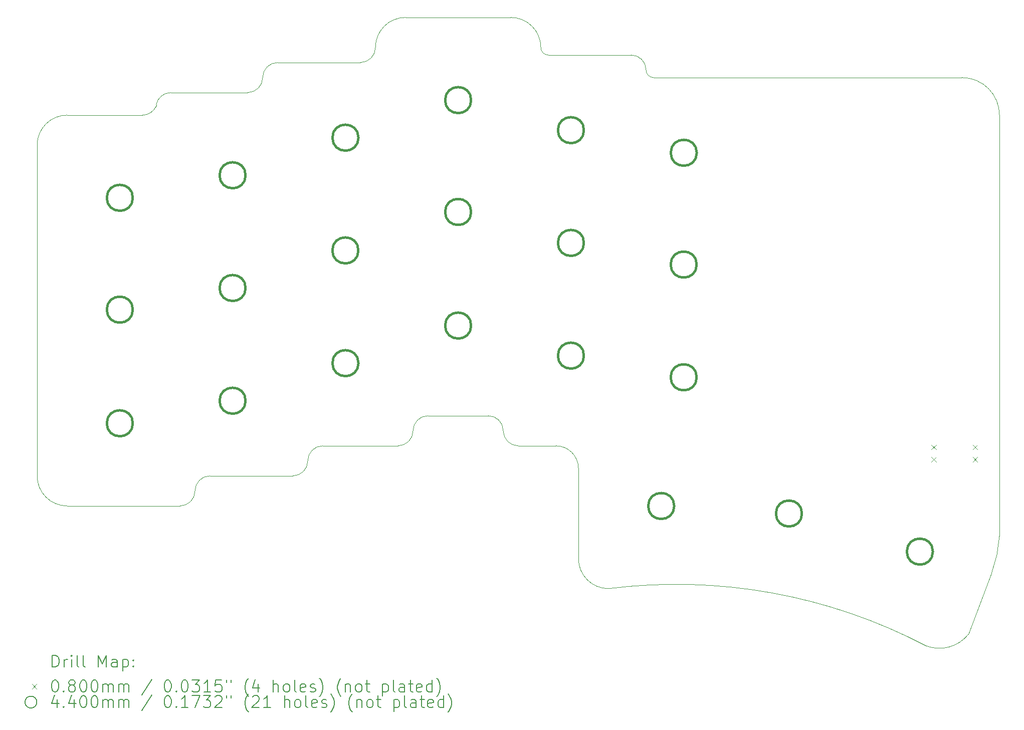
<source format=gbr>
%TF.GenerationSoftware,KiCad,Pcbnew,7.0.10*%
%TF.CreationDate,2024-02-16T13:50:48-07:00*%
%TF.ProjectId,kb42,6b623432-2e6b-4696-9361-645f70636258,rev?*%
%TF.SameCoordinates,Original*%
%TF.FileFunction,Drillmap*%
%TF.FilePolarity,Positive*%
%FSLAX45Y45*%
G04 Gerber Fmt 4.5, Leading zero omitted, Abs format (unit mm)*
G04 Created by KiCad (PCBNEW 7.0.10) date 2024-02-16 13:50:48*
%MOMM*%
%LPD*%
G01*
G04 APERTURE LIST*
%ADD10C,0.100000*%
%ADD11C,0.200000*%
%ADD12C,0.440000*%
G04 APERTURE END LIST*
D10*
X8229600Y-4699000D02*
G75*
G03*
X7981063Y-4900604I0J-254000D01*
G01*
X14605000Y-4064000D02*
X16002000Y-4064000D01*
X11430000Y-4191000D02*
G75*
G03*
X11684000Y-3937000I0J254000D01*
G01*
X10795000Y-10668000D02*
X12065000Y-10668000D01*
X8890000Y-11176000D02*
X10287000Y-11176000D01*
X16383000Y-4445000D02*
X21590000Y-4445000D01*
X22225000Y-5080000D02*
G75*
G03*
X21590000Y-4445000I-635000J0D01*
G01*
X21699323Y-13854258D02*
X22091029Y-12824386D01*
X7974184Y-4939592D02*
X7981063Y-4900604D01*
X10033000Y-4191000D02*
X11430000Y-4191000D01*
X5969000Y-5588000D02*
X5969000Y-11176000D01*
X12192000Y-3429000D02*
X13970000Y-3429000D01*
X7747000Y-5080000D02*
G75*
G03*
X7974184Y-4939592I0J254000D01*
G01*
X13843000Y-10414000D02*
G75*
G03*
X13589000Y-10160000I-254000J0D01*
G01*
X10033000Y-4191000D02*
G75*
G03*
X9779000Y-4445000I0J-254000D01*
G01*
X15113000Y-12573000D02*
G75*
G03*
X15621000Y-13081000I508000J0D01*
G01*
X16256000Y-4318000D02*
G75*
G03*
X16383000Y-4445000I127000J0D01*
G01*
X13843000Y-10414000D02*
G75*
G03*
X14097000Y-10668000I254000J0D01*
G01*
X12192000Y-3429000D02*
G75*
G03*
X11684000Y-3937000I0J-508000D01*
G01*
X10795000Y-10668000D02*
G75*
G03*
X10541000Y-10922000I0J-254000D01*
G01*
X8382000Y-11684000D02*
G75*
G03*
X8636000Y-11430000I0J254000D01*
G01*
X14478000Y-3937000D02*
G75*
G03*
X14605000Y-4064000I127000J0D01*
G01*
X14097000Y-10668000D02*
X14732000Y-10668000D01*
X20986361Y-14049124D02*
G75*
G03*
X21699323Y-13854258I222639J587124D01*
G01*
X20986361Y-14049124D02*
G75*
G03*
X15621000Y-13081000I-4222361J-8048876D01*
G01*
X22091029Y-12824386D02*
G75*
G03*
X22225000Y-12192000I-2025029J759386D01*
G01*
X12065000Y-10668000D02*
G75*
G03*
X12319000Y-10414000I0J254000D01*
G01*
X8229600Y-4699000D02*
X9525000Y-4699000D01*
X15113000Y-11049000D02*
G75*
G03*
X14732000Y-10668000I-381000J0D01*
G01*
X9525000Y-4699000D02*
G75*
G03*
X9779000Y-4445000I0J254000D01*
G01*
X10287000Y-11176000D02*
G75*
G03*
X10541000Y-10922000I0J254000D01*
G01*
X5969000Y-11176000D02*
G75*
G03*
X6477000Y-11684000I508000J0D01*
G01*
X16256000Y-4318000D02*
G75*
G03*
X16002000Y-4064000I-254000J0D01*
G01*
X22225000Y-5080000D02*
X22225000Y-12192000D01*
X6477000Y-5080000D02*
X7747000Y-5080000D01*
X12573000Y-10160000D02*
G75*
G03*
X12319000Y-10414000I0J-254000D01*
G01*
X8890000Y-11176000D02*
G75*
G03*
X8636000Y-11430000I0J-254000D01*
G01*
X12573000Y-10160000D02*
X13589000Y-10160000D01*
X6477000Y-11684000D02*
X8382000Y-11684000D01*
X15113000Y-11049000D02*
X15113000Y-12573000D01*
X14478000Y-3937000D02*
G75*
G03*
X13970000Y-3429000I-508000J0D01*
G01*
X6477000Y-5080000D02*
G75*
G03*
X5969000Y-5588000I0J-508000D01*
G01*
D11*
D10*
X21074250Y-10650000D02*
X21154250Y-10730000D01*
X21154250Y-10650000D02*
X21074250Y-10730000D01*
X21074250Y-10860000D02*
X21154250Y-10940000D01*
X21154250Y-10860000D02*
X21074250Y-10940000D01*
X21774250Y-10650000D02*
X21854250Y-10730000D01*
X21854250Y-10650000D02*
X21774250Y-10730000D01*
X21774250Y-10860000D02*
X21854250Y-10940000D01*
X21854250Y-10860000D02*
X21774250Y-10940000D01*
D12*
X7586000Y-6477000D02*
G75*
G03*
X7146000Y-6477000I-220000J0D01*
G01*
X7146000Y-6477000D02*
G75*
G03*
X7586000Y-6477000I220000J0D01*
G01*
X7586000Y-8367000D02*
G75*
G03*
X7146000Y-8367000I-220000J0D01*
G01*
X7146000Y-8367000D02*
G75*
G03*
X7586000Y-8367000I220000J0D01*
G01*
X7586000Y-10287000D02*
G75*
G03*
X7146000Y-10287000I-220000J0D01*
G01*
X7146000Y-10287000D02*
G75*
G03*
X7586000Y-10287000I220000J0D01*
G01*
X9491000Y-6096000D02*
G75*
G03*
X9051000Y-6096000I-220000J0D01*
G01*
X9051000Y-6096000D02*
G75*
G03*
X9491000Y-6096000I220000J0D01*
G01*
X9491000Y-8001000D02*
G75*
G03*
X9051000Y-8001000I-220000J0D01*
G01*
X9051000Y-8001000D02*
G75*
G03*
X9491000Y-8001000I220000J0D01*
G01*
X9491000Y-9906000D02*
G75*
G03*
X9051000Y-9906000I-220000J0D01*
G01*
X9051000Y-9906000D02*
G75*
G03*
X9491000Y-9906000I220000J0D01*
G01*
X11396000Y-7366000D02*
G75*
G03*
X10956000Y-7366000I-220000J0D01*
G01*
X10956000Y-7366000D02*
G75*
G03*
X11396000Y-7366000I220000J0D01*
G01*
X11397000Y-5461000D02*
G75*
G03*
X10957000Y-5461000I-220000J0D01*
G01*
X10957000Y-5461000D02*
G75*
G03*
X11397000Y-5461000I220000J0D01*
G01*
X11397000Y-9271000D02*
G75*
G03*
X10957000Y-9271000I-220000J0D01*
G01*
X10957000Y-9271000D02*
G75*
G03*
X11397000Y-9271000I220000J0D01*
G01*
X13301000Y-4826000D02*
G75*
G03*
X12861000Y-4826000I-220000J0D01*
G01*
X12861000Y-4826000D02*
G75*
G03*
X13301000Y-4826000I220000J0D01*
G01*
X13301000Y-6716000D02*
G75*
G03*
X12861000Y-6716000I-220000J0D01*
G01*
X12861000Y-6716000D02*
G75*
G03*
X13301000Y-6716000I220000J0D01*
G01*
X13301000Y-8636000D02*
G75*
G03*
X12861000Y-8636000I-220000J0D01*
G01*
X12861000Y-8636000D02*
G75*
G03*
X13301000Y-8636000I220000J0D01*
G01*
X15206000Y-5334000D02*
G75*
G03*
X14766000Y-5334000I-220000J0D01*
G01*
X14766000Y-5334000D02*
G75*
G03*
X15206000Y-5334000I220000J0D01*
G01*
X15206000Y-7239000D02*
G75*
G03*
X14766000Y-7239000I-220000J0D01*
G01*
X14766000Y-7239000D02*
G75*
G03*
X15206000Y-7239000I220000J0D01*
G01*
X15206000Y-9144000D02*
G75*
G03*
X14766000Y-9144000I-220000J0D01*
G01*
X14766000Y-9144000D02*
G75*
G03*
X15206000Y-9144000I220000J0D01*
G01*
X16731000Y-11685000D02*
G75*
G03*
X16291000Y-11685000I-220000J0D01*
G01*
X16291000Y-11685000D02*
G75*
G03*
X16731000Y-11685000I220000J0D01*
G01*
X17111000Y-7605000D02*
G75*
G03*
X16671000Y-7605000I-220000J0D01*
G01*
X16671000Y-7605000D02*
G75*
G03*
X17111000Y-7605000I220000J0D01*
G01*
X17111000Y-9510000D02*
G75*
G03*
X16671000Y-9510000I-220000J0D01*
G01*
X16671000Y-9510000D02*
G75*
G03*
X17111000Y-9510000I220000J0D01*
G01*
X17112000Y-5716000D02*
G75*
G03*
X16672000Y-5716000I-220000J0D01*
G01*
X16672000Y-5716000D02*
G75*
G03*
X17112000Y-5716000I220000J0D01*
G01*
X18889000Y-11812000D02*
G75*
G03*
X18449000Y-11812000I-220000J0D01*
G01*
X18449000Y-11812000D02*
G75*
G03*
X18889000Y-11812000I220000J0D01*
G01*
X21100686Y-12455730D02*
G75*
G03*
X20660686Y-12455730I-220000J0D01*
G01*
X20660686Y-12455730D02*
G75*
G03*
X21100686Y-12455730I220000J0D01*
G01*
D11*
X6224777Y-14406403D02*
X6224777Y-14206403D01*
X6224777Y-14206403D02*
X6272396Y-14206403D01*
X6272396Y-14206403D02*
X6300967Y-14215927D01*
X6300967Y-14215927D02*
X6320015Y-14234975D01*
X6320015Y-14234975D02*
X6329539Y-14254022D01*
X6329539Y-14254022D02*
X6339062Y-14292117D01*
X6339062Y-14292117D02*
X6339062Y-14320689D01*
X6339062Y-14320689D02*
X6329539Y-14358784D01*
X6329539Y-14358784D02*
X6320015Y-14377832D01*
X6320015Y-14377832D02*
X6300967Y-14396879D01*
X6300967Y-14396879D02*
X6272396Y-14406403D01*
X6272396Y-14406403D02*
X6224777Y-14406403D01*
X6424777Y-14406403D02*
X6424777Y-14273070D01*
X6424777Y-14311165D02*
X6434301Y-14292117D01*
X6434301Y-14292117D02*
X6443824Y-14282594D01*
X6443824Y-14282594D02*
X6462872Y-14273070D01*
X6462872Y-14273070D02*
X6481920Y-14273070D01*
X6548586Y-14406403D02*
X6548586Y-14273070D01*
X6548586Y-14206403D02*
X6539062Y-14215927D01*
X6539062Y-14215927D02*
X6548586Y-14225451D01*
X6548586Y-14225451D02*
X6558110Y-14215927D01*
X6558110Y-14215927D02*
X6548586Y-14206403D01*
X6548586Y-14206403D02*
X6548586Y-14225451D01*
X6672396Y-14406403D02*
X6653348Y-14396879D01*
X6653348Y-14396879D02*
X6643824Y-14377832D01*
X6643824Y-14377832D02*
X6643824Y-14206403D01*
X6777158Y-14406403D02*
X6758110Y-14396879D01*
X6758110Y-14396879D02*
X6748586Y-14377832D01*
X6748586Y-14377832D02*
X6748586Y-14206403D01*
X7005729Y-14406403D02*
X7005729Y-14206403D01*
X7005729Y-14206403D02*
X7072396Y-14349260D01*
X7072396Y-14349260D02*
X7139062Y-14206403D01*
X7139062Y-14206403D02*
X7139062Y-14406403D01*
X7320015Y-14406403D02*
X7320015Y-14301641D01*
X7320015Y-14301641D02*
X7310491Y-14282594D01*
X7310491Y-14282594D02*
X7291443Y-14273070D01*
X7291443Y-14273070D02*
X7253348Y-14273070D01*
X7253348Y-14273070D02*
X7234301Y-14282594D01*
X7320015Y-14396879D02*
X7300967Y-14406403D01*
X7300967Y-14406403D02*
X7253348Y-14406403D01*
X7253348Y-14406403D02*
X7234301Y-14396879D01*
X7234301Y-14396879D02*
X7224777Y-14377832D01*
X7224777Y-14377832D02*
X7224777Y-14358784D01*
X7224777Y-14358784D02*
X7234301Y-14339736D01*
X7234301Y-14339736D02*
X7253348Y-14330213D01*
X7253348Y-14330213D02*
X7300967Y-14330213D01*
X7300967Y-14330213D02*
X7320015Y-14320689D01*
X7415253Y-14273070D02*
X7415253Y-14473070D01*
X7415253Y-14282594D02*
X7434301Y-14273070D01*
X7434301Y-14273070D02*
X7472396Y-14273070D01*
X7472396Y-14273070D02*
X7491443Y-14282594D01*
X7491443Y-14282594D02*
X7500967Y-14292117D01*
X7500967Y-14292117D02*
X7510491Y-14311165D01*
X7510491Y-14311165D02*
X7510491Y-14368308D01*
X7510491Y-14368308D02*
X7500967Y-14387355D01*
X7500967Y-14387355D02*
X7491443Y-14396879D01*
X7491443Y-14396879D02*
X7472396Y-14406403D01*
X7472396Y-14406403D02*
X7434301Y-14406403D01*
X7434301Y-14406403D02*
X7415253Y-14396879D01*
X7596205Y-14387355D02*
X7605729Y-14396879D01*
X7605729Y-14396879D02*
X7596205Y-14406403D01*
X7596205Y-14406403D02*
X7586682Y-14396879D01*
X7586682Y-14396879D02*
X7596205Y-14387355D01*
X7596205Y-14387355D02*
X7596205Y-14406403D01*
X7596205Y-14282594D02*
X7605729Y-14292117D01*
X7605729Y-14292117D02*
X7596205Y-14301641D01*
X7596205Y-14301641D02*
X7586682Y-14292117D01*
X7586682Y-14292117D02*
X7596205Y-14282594D01*
X7596205Y-14282594D02*
X7596205Y-14301641D01*
D10*
X5884000Y-14694919D02*
X5964000Y-14774919D01*
X5964000Y-14694919D02*
X5884000Y-14774919D01*
D11*
X6262872Y-14626403D02*
X6281920Y-14626403D01*
X6281920Y-14626403D02*
X6300967Y-14635927D01*
X6300967Y-14635927D02*
X6310491Y-14645451D01*
X6310491Y-14645451D02*
X6320015Y-14664498D01*
X6320015Y-14664498D02*
X6329539Y-14702594D01*
X6329539Y-14702594D02*
X6329539Y-14750213D01*
X6329539Y-14750213D02*
X6320015Y-14788308D01*
X6320015Y-14788308D02*
X6310491Y-14807355D01*
X6310491Y-14807355D02*
X6300967Y-14816879D01*
X6300967Y-14816879D02*
X6281920Y-14826403D01*
X6281920Y-14826403D02*
X6262872Y-14826403D01*
X6262872Y-14826403D02*
X6243824Y-14816879D01*
X6243824Y-14816879D02*
X6234301Y-14807355D01*
X6234301Y-14807355D02*
X6224777Y-14788308D01*
X6224777Y-14788308D02*
X6215253Y-14750213D01*
X6215253Y-14750213D02*
X6215253Y-14702594D01*
X6215253Y-14702594D02*
X6224777Y-14664498D01*
X6224777Y-14664498D02*
X6234301Y-14645451D01*
X6234301Y-14645451D02*
X6243824Y-14635927D01*
X6243824Y-14635927D02*
X6262872Y-14626403D01*
X6415253Y-14807355D02*
X6424777Y-14816879D01*
X6424777Y-14816879D02*
X6415253Y-14826403D01*
X6415253Y-14826403D02*
X6405729Y-14816879D01*
X6405729Y-14816879D02*
X6415253Y-14807355D01*
X6415253Y-14807355D02*
X6415253Y-14826403D01*
X6539062Y-14712117D02*
X6520015Y-14702594D01*
X6520015Y-14702594D02*
X6510491Y-14693070D01*
X6510491Y-14693070D02*
X6500967Y-14674022D01*
X6500967Y-14674022D02*
X6500967Y-14664498D01*
X6500967Y-14664498D02*
X6510491Y-14645451D01*
X6510491Y-14645451D02*
X6520015Y-14635927D01*
X6520015Y-14635927D02*
X6539062Y-14626403D01*
X6539062Y-14626403D02*
X6577158Y-14626403D01*
X6577158Y-14626403D02*
X6596205Y-14635927D01*
X6596205Y-14635927D02*
X6605729Y-14645451D01*
X6605729Y-14645451D02*
X6615253Y-14664498D01*
X6615253Y-14664498D02*
X6615253Y-14674022D01*
X6615253Y-14674022D02*
X6605729Y-14693070D01*
X6605729Y-14693070D02*
X6596205Y-14702594D01*
X6596205Y-14702594D02*
X6577158Y-14712117D01*
X6577158Y-14712117D02*
X6539062Y-14712117D01*
X6539062Y-14712117D02*
X6520015Y-14721641D01*
X6520015Y-14721641D02*
X6510491Y-14731165D01*
X6510491Y-14731165D02*
X6500967Y-14750213D01*
X6500967Y-14750213D02*
X6500967Y-14788308D01*
X6500967Y-14788308D02*
X6510491Y-14807355D01*
X6510491Y-14807355D02*
X6520015Y-14816879D01*
X6520015Y-14816879D02*
X6539062Y-14826403D01*
X6539062Y-14826403D02*
X6577158Y-14826403D01*
X6577158Y-14826403D02*
X6596205Y-14816879D01*
X6596205Y-14816879D02*
X6605729Y-14807355D01*
X6605729Y-14807355D02*
X6615253Y-14788308D01*
X6615253Y-14788308D02*
X6615253Y-14750213D01*
X6615253Y-14750213D02*
X6605729Y-14731165D01*
X6605729Y-14731165D02*
X6596205Y-14721641D01*
X6596205Y-14721641D02*
X6577158Y-14712117D01*
X6739062Y-14626403D02*
X6758110Y-14626403D01*
X6758110Y-14626403D02*
X6777158Y-14635927D01*
X6777158Y-14635927D02*
X6786682Y-14645451D01*
X6786682Y-14645451D02*
X6796205Y-14664498D01*
X6796205Y-14664498D02*
X6805729Y-14702594D01*
X6805729Y-14702594D02*
X6805729Y-14750213D01*
X6805729Y-14750213D02*
X6796205Y-14788308D01*
X6796205Y-14788308D02*
X6786682Y-14807355D01*
X6786682Y-14807355D02*
X6777158Y-14816879D01*
X6777158Y-14816879D02*
X6758110Y-14826403D01*
X6758110Y-14826403D02*
X6739062Y-14826403D01*
X6739062Y-14826403D02*
X6720015Y-14816879D01*
X6720015Y-14816879D02*
X6710491Y-14807355D01*
X6710491Y-14807355D02*
X6700967Y-14788308D01*
X6700967Y-14788308D02*
X6691443Y-14750213D01*
X6691443Y-14750213D02*
X6691443Y-14702594D01*
X6691443Y-14702594D02*
X6700967Y-14664498D01*
X6700967Y-14664498D02*
X6710491Y-14645451D01*
X6710491Y-14645451D02*
X6720015Y-14635927D01*
X6720015Y-14635927D02*
X6739062Y-14626403D01*
X6929539Y-14626403D02*
X6948586Y-14626403D01*
X6948586Y-14626403D02*
X6967634Y-14635927D01*
X6967634Y-14635927D02*
X6977158Y-14645451D01*
X6977158Y-14645451D02*
X6986682Y-14664498D01*
X6986682Y-14664498D02*
X6996205Y-14702594D01*
X6996205Y-14702594D02*
X6996205Y-14750213D01*
X6996205Y-14750213D02*
X6986682Y-14788308D01*
X6986682Y-14788308D02*
X6977158Y-14807355D01*
X6977158Y-14807355D02*
X6967634Y-14816879D01*
X6967634Y-14816879D02*
X6948586Y-14826403D01*
X6948586Y-14826403D02*
X6929539Y-14826403D01*
X6929539Y-14826403D02*
X6910491Y-14816879D01*
X6910491Y-14816879D02*
X6900967Y-14807355D01*
X6900967Y-14807355D02*
X6891443Y-14788308D01*
X6891443Y-14788308D02*
X6881920Y-14750213D01*
X6881920Y-14750213D02*
X6881920Y-14702594D01*
X6881920Y-14702594D02*
X6891443Y-14664498D01*
X6891443Y-14664498D02*
X6900967Y-14645451D01*
X6900967Y-14645451D02*
X6910491Y-14635927D01*
X6910491Y-14635927D02*
X6929539Y-14626403D01*
X7081920Y-14826403D02*
X7081920Y-14693070D01*
X7081920Y-14712117D02*
X7091443Y-14702594D01*
X7091443Y-14702594D02*
X7110491Y-14693070D01*
X7110491Y-14693070D02*
X7139063Y-14693070D01*
X7139063Y-14693070D02*
X7158110Y-14702594D01*
X7158110Y-14702594D02*
X7167634Y-14721641D01*
X7167634Y-14721641D02*
X7167634Y-14826403D01*
X7167634Y-14721641D02*
X7177158Y-14702594D01*
X7177158Y-14702594D02*
X7196205Y-14693070D01*
X7196205Y-14693070D02*
X7224777Y-14693070D01*
X7224777Y-14693070D02*
X7243824Y-14702594D01*
X7243824Y-14702594D02*
X7253348Y-14721641D01*
X7253348Y-14721641D02*
X7253348Y-14826403D01*
X7348586Y-14826403D02*
X7348586Y-14693070D01*
X7348586Y-14712117D02*
X7358110Y-14702594D01*
X7358110Y-14702594D02*
X7377158Y-14693070D01*
X7377158Y-14693070D02*
X7405729Y-14693070D01*
X7405729Y-14693070D02*
X7424777Y-14702594D01*
X7424777Y-14702594D02*
X7434301Y-14721641D01*
X7434301Y-14721641D02*
X7434301Y-14826403D01*
X7434301Y-14721641D02*
X7443824Y-14702594D01*
X7443824Y-14702594D02*
X7462872Y-14693070D01*
X7462872Y-14693070D02*
X7491443Y-14693070D01*
X7491443Y-14693070D02*
X7510491Y-14702594D01*
X7510491Y-14702594D02*
X7520015Y-14721641D01*
X7520015Y-14721641D02*
X7520015Y-14826403D01*
X7910491Y-14616879D02*
X7739063Y-14874022D01*
X8167634Y-14626403D02*
X8186682Y-14626403D01*
X8186682Y-14626403D02*
X8205729Y-14635927D01*
X8205729Y-14635927D02*
X8215253Y-14645451D01*
X8215253Y-14645451D02*
X8224777Y-14664498D01*
X8224777Y-14664498D02*
X8234301Y-14702594D01*
X8234301Y-14702594D02*
X8234301Y-14750213D01*
X8234301Y-14750213D02*
X8224777Y-14788308D01*
X8224777Y-14788308D02*
X8215253Y-14807355D01*
X8215253Y-14807355D02*
X8205729Y-14816879D01*
X8205729Y-14816879D02*
X8186682Y-14826403D01*
X8186682Y-14826403D02*
X8167634Y-14826403D01*
X8167634Y-14826403D02*
X8148586Y-14816879D01*
X8148586Y-14816879D02*
X8139063Y-14807355D01*
X8139063Y-14807355D02*
X8129539Y-14788308D01*
X8129539Y-14788308D02*
X8120015Y-14750213D01*
X8120015Y-14750213D02*
X8120015Y-14702594D01*
X8120015Y-14702594D02*
X8129539Y-14664498D01*
X8129539Y-14664498D02*
X8139063Y-14645451D01*
X8139063Y-14645451D02*
X8148586Y-14635927D01*
X8148586Y-14635927D02*
X8167634Y-14626403D01*
X8320015Y-14807355D02*
X8329539Y-14816879D01*
X8329539Y-14816879D02*
X8320015Y-14826403D01*
X8320015Y-14826403D02*
X8310491Y-14816879D01*
X8310491Y-14816879D02*
X8320015Y-14807355D01*
X8320015Y-14807355D02*
X8320015Y-14826403D01*
X8453348Y-14626403D02*
X8472396Y-14626403D01*
X8472396Y-14626403D02*
X8491444Y-14635927D01*
X8491444Y-14635927D02*
X8500968Y-14645451D01*
X8500968Y-14645451D02*
X8510491Y-14664498D01*
X8510491Y-14664498D02*
X8520015Y-14702594D01*
X8520015Y-14702594D02*
X8520015Y-14750213D01*
X8520015Y-14750213D02*
X8510491Y-14788308D01*
X8510491Y-14788308D02*
X8500968Y-14807355D01*
X8500968Y-14807355D02*
X8491444Y-14816879D01*
X8491444Y-14816879D02*
X8472396Y-14826403D01*
X8472396Y-14826403D02*
X8453348Y-14826403D01*
X8453348Y-14826403D02*
X8434301Y-14816879D01*
X8434301Y-14816879D02*
X8424777Y-14807355D01*
X8424777Y-14807355D02*
X8415253Y-14788308D01*
X8415253Y-14788308D02*
X8405729Y-14750213D01*
X8405729Y-14750213D02*
X8405729Y-14702594D01*
X8405729Y-14702594D02*
X8415253Y-14664498D01*
X8415253Y-14664498D02*
X8424777Y-14645451D01*
X8424777Y-14645451D02*
X8434301Y-14635927D01*
X8434301Y-14635927D02*
X8453348Y-14626403D01*
X8586682Y-14626403D02*
X8710491Y-14626403D01*
X8710491Y-14626403D02*
X8643825Y-14702594D01*
X8643825Y-14702594D02*
X8672396Y-14702594D01*
X8672396Y-14702594D02*
X8691444Y-14712117D01*
X8691444Y-14712117D02*
X8700968Y-14721641D01*
X8700968Y-14721641D02*
X8710491Y-14740689D01*
X8710491Y-14740689D02*
X8710491Y-14788308D01*
X8710491Y-14788308D02*
X8700968Y-14807355D01*
X8700968Y-14807355D02*
X8691444Y-14816879D01*
X8691444Y-14816879D02*
X8672396Y-14826403D01*
X8672396Y-14826403D02*
X8615253Y-14826403D01*
X8615253Y-14826403D02*
X8596206Y-14816879D01*
X8596206Y-14816879D02*
X8586682Y-14807355D01*
X8900968Y-14826403D02*
X8786682Y-14826403D01*
X8843825Y-14826403D02*
X8843825Y-14626403D01*
X8843825Y-14626403D02*
X8824777Y-14654975D01*
X8824777Y-14654975D02*
X8805729Y-14674022D01*
X8805729Y-14674022D02*
X8786682Y-14683546D01*
X9081920Y-14626403D02*
X8986682Y-14626403D01*
X8986682Y-14626403D02*
X8977158Y-14721641D01*
X8977158Y-14721641D02*
X8986682Y-14712117D01*
X8986682Y-14712117D02*
X9005729Y-14702594D01*
X9005729Y-14702594D02*
X9053349Y-14702594D01*
X9053349Y-14702594D02*
X9072396Y-14712117D01*
X9072396Y-14712117D02*
X9081920Y-14721641D01*
X9081920Y-14721641D02*
X9091444Y-14740689D01*
X9091444Y-14740689D02*
X9091444Y-14788308D01*
X9091444Y-14788308D02*
X9081920Y-14807355D01*
X9081920Y-14807355D02*
X9072396Y-14816879D01*
X9072396Y-14816879D02*
X9053349Y-14826403D01*
X9053349Y-14826403D02*
X9005729Y-14826403D01*
X9005729Y-14826403D02*
X8986682Y-14816879D01*
X8986682Y-14816879D02*
X8977158Y-14807355D01*
X9167634Y-14626403D02*
X9167634Y-14664498D01*
X9243825Y-14626403D02*
X9243825Y-14664498D01*
X9539063Y-14902594D02*
X9529539Y-14893070D01*
X9529539Y-14893070D02*
X9510491Y-14864498D01*
X9510491Y-14864498D02*
X9500968Y-14845451D01*
X9500968Y-14845451D02*
X9491444Y-14816879D01*
X9491444Y-14816879D02*
X9481920Y-14769260D01*
X9481920Y-14769260D02*
X9481920Y-14731165D01*
X9481920Y-14731165D02*
X9491444Y-14683546D01*
X9491444Y-14683546D02*
X9500968Y-14654975D01*
X9500968Y-14654975D02*
X9510491Y-14635927D01*
X9510491Y-14635927D02*
X9529539Y-14607355D01*
X9529539Y-14607355D02*
X9539063Y-14597832D01*
X9700968Y-14693070D02*
X9700968Y-14826403D01*
X9653349Y-14616879D02*
X9605730Y-14759736D01*
X9605730Y-14759736D02*
X9729539Y-14759736D01*
X9958111Y-14826403D02*
X9958111Y-14626403D01*
X10043825Y-14826403D02*
X10043825Y-14721641D01*
X10043825Y-14721641D02*
X10034301Y-14702594D01*
X10034301Y-14702594D02*
X10015253Y-14693070D01*
X10015253Y-14693070D02*
X9986682Y-14693070D01*
X9986682Y-14693070D02*
X9967634Y-14702594D01*
X9967634Y-14702594D02*
X9958111Y-14712117D01*
X10167634Y-14826403D02*
X10148587Y-14816879D01*
X10148587Y-14816879D02*
X10139063Y-14807355D01*
X10139063Y-14807355D02*
X10129539Y-14788308D01*
X10129539Y-14788308D02*
X10129539Y-14731165D01*
X10129539Y-14731165D02*
X10139063Y-14712117D01*
X10139063Y-14712117D02*
X10148587Y-14702594D01*
X10148587Y-14702594D02*
X10167634Y-14693070D01*
X10167634Y-14693070D02*
X10196206Y-14693070D01*
X10196206Y-14693070D02*
X10215253Y-14702594D01*
X10215253Y-14702594D02*
X10224777Y-14712117D01*
X10224777Y-14712117D02*
X10234301Y-14731165D01*
X10234301Y-14731165D02*
X10234301Y-14788308D01*
X10234301Y-14788308D02*
X10224777Y-14807355D01*
X10224777Y-14807355D02*
X10215253Y-14816879D01*
X10215253Y-14816879D02*
X10196206Y-14826403D01*
X10196206Y-14826403D02*
X10167634Y-14826403D01*
X10348587Y-14826403D02*
X10329539Y-14816879D01*
X10329539Y-14816879D02*
X10320015Y-14797832D01*
X10320015Y-14797832D02*
X10320015Y-14626403D01*
X10500968Y-14816879D02*
X10481920Y-14826403D01*
X10481920Y-14826403D02*
X10443825Y-14826403D01*
X10443825Y-14826403D02*
X10424777Y-14816879D01*
X10424777Y-14816879D02*
X10415253Y-14797832D01*
X10415253Y-14797832D02*
X10415253Y-14721641D01*
X10415253Y-14721641D02*
X10424777Y-14702594D01*
X10424777Y-14702594D02*
X10443825Y-14693070D01*
X10443825Y-14693070D02*
X10481920Y-14693070D01*
X10481920Y-14693070D02*
X10500968Y-14702594D01*
X10500968Y-14702594D02*
X10510492Y-14721641D01*
X10510492Y-14721641D02*
X10510492Y-14740689D01*
X10510492Y-14740689D02*
X10415253Y-14759736D01*
X10586682Y-14816879D02*
X10605730Y-14826403D01*
X10605730Y-14826403D02*
X10643825Y-14826403D01*
X10643825Y-14826403D02*
X10662873Y-14816879D01*
X10662873Y-14816879D02*
X10672396Y-14797832D01*
X10672396Y-14797832D02*
X10672396Y-14788308D01*
X10672396Y-14788308D02*
X10662873Y-14769260D01*
X10662873Y-14769260D02*
X10643825Y-14759736D01*
X10643825Y-14759736D02*
X10615253Y-14759736D01*
X10615253Y-14759736D02*
X10596206Y-14750213D01*
X10596206Y-14750213D02*
X10586682Y-14731165D01*
X10586682Y-14731165D02*
X10586682Y-14721641D01*
X10586682Y-14721641D02*
X10596206Y-14702594D01*
X10596206Y-14702594D02*
X10615253Y-14693070D01*
X10615253Y-14693070D02*
X10643825Y-14693070D01*
X10643825Y-14693070D02*
X10662873Y-14702594D01*
X10739063Y-14902594D02*
X10748587Y-14893070D01*
X10748587Y-14893070D02*
X10767634Y-14864498D01*
X10767634Y-14864498D02*
X10777158Y-14845451D01*
X10777158Y-14845451D02*
X10786682Y-14816879D01*
X10786682Y-14816879D02*
X10796206Y-14769260D01*
X10796206Y-14769260D02*
X10796206Y-14731165D01*
X10796206Y-14731165D02*
X10786682Y-14683546D01*
X10786682Y-14683546D02*
X10777158Y-14654975D01*
X10777158Y-14654975D02*
X10767634Y-14635927D01*
X10767634Y-14635927D02*
X10748587Y-14607355D01*
X10748587Y-14607355D02*
X10739063Y-14597832D01*
X11100968Y-14902594D02*
X11091444Y-14893070D01*
X11091444Y-14893070D02*
X11072396Y-14864498D01*
X11072396Y-14864498D02*
X11062873Y-14845451D01*
X11062873Y-14845451D02*
X11053349Y-14816879D01*
X11053349Y-14816879D02*
X11043825Y-14769260D01*
X11043825Y-14769260D02*
X11043825Y-14731165D01*
X11043825Y-14731165D02*
X11053349Y-14683546D01*
X11053349Y-14683546D02*
X11062873Y-14654975D01*
X11062873Y-14654975D02*
X11072396Y-14635927D01*
X11072396Y-14635927D02*
X11091444Y-14607355D01*
X11091444Y-14607355D02*
X11100968Y-14597832D01*
X11177158Y-14693070D02*
X11177158Y-14826403D01*
X11177158Y-14712117D02*
X11186682Y-14702594D01*
X11186682Y-14702594D02*
X11205730Y-14693070D01*
X11205730Y-14693070D02*
X11234301Y-14693070D01*
X11234301Y-14693070D02*
X11253349Y-14702594D01*
X11253349Y-14702594D02*
X11262872Y-14721641D01*
X11262872Y-14721641D02*
X11262872Y-14826403D01*
X11386682Y-14826403D02*
X11367634Y-14816879D01*
X11367634Y-14816879D02*
X11358111Y-14807355D01*
X11358111Y-14807355D02*
X11348587Y-14788308D01*
X11348587Y-14788308D02*
X11348587Y-14731165D01*
X11348587Y-14731165D02*
X11358111Y-14712117D01*
X11358111Y-14712117D02*
X11367634Y-14702594D01*
X11367634Y-14702594D02*
X11386682Y-14693070D01*
X11386682Y-14693070D02*
X11415253Y-14693070D01*
X11415253Y-14693070D02*
X11434301Y-14702594D01*
X11434301Y-14702594D02*
X11443825Y-14712117D01*
X11443825Y-14712117D02*
X11453349Y-14731165D01*
X11453349Y-14731165D02*
X11453349Y-14788308D01*
X11453349Y-14788308D02*
X11443825Y-14807355D01*
X11443825Y-14807355D02*
X11434301Y-14816879D01*
X11434301Y-14816879D02*
X11415253Y-14826403D01*
X11415253Y-14826403D02*
X11386682Y-14826403D01*
X11510492Y-14693070D02*
X11586682Y-14693070D01*
X11539063Y-14626403D02*
X11539063Y-14797832D01*
X11539063Y-14797832D02*
X11548587Y-14816879D01*
X11548587Y-14816879D02*
X11567634Y-14826403D01*
X11567634Y-14826403D02*
X11586682Y-14826403D01*
X11805730Y-14693070D02*
X11805730Y-14893070D01*
X11805730Y-14702594D02*
X11824777Y-14693070D01*
X11824777Y-14693070D02*
X11862873Y-14693070D01*
X11862873Y-14693070D02*
X11881920Y-14702594D01*
X11881920Y-14702594D02*
X11891444Y-14712117D01*
X11891444Y-14712117D02*
X11900968Y-14731165D01*
X11900968Y-14731165D02*
X11900968Y-14788308D01*
X11900968Y-14788308D02*
X11891444Y-14807355D01*
X11891444Y-14807355D02*
X11881920Y-14816879D01*
X11881920Y-14816879D02*
X11862873Y-14826403D01*
X11862873Y-14826403D02*
X11824777Y-14826403D01*
X11824777Y-14826403D02*
X11805730Y-14816879D01*
X12015253Y-14826403D02*
X11996206Y-14816879D01*
X11996206Y-14816879D02*
X11986682Y-14797832D01*
X11986682Y-14797832D02*
X11986682Y-14626403D01*
X12177158Y-14826403D02*
X12177158Y-14721641D01*
X12177158Y-14721641D02*
X12167634Y-14702594D01*
X12167634Y-14702594D02*
X12148587Y-14693070D01*
X12148587Y-14693070D02*
X12110492Y-14693070D01*
X12110492Y-14693070D02*
X12091444Y-14702594D01*
X12177158Y-14816879D02*
X12158111Y-14826403D01*
X12158111Y-14826403D02*
X12110492Y-14826403D01*
X12110492Y-14826403D02*
X12091444Y-14816879D01*
X12091444Y-14816879D02*
X12081920Y-14797832D01*
X12081920Y-14797832D02*
X12081920Y-14778784D01*
X12081920Y-14778784D02*
X12091444Y-14759736D01*
X12091444Y-14759736D02*
X12110492Y-14750213D01*
X12110492Y-14750213D02*
X12158111Y-14750213D01*
X12158111Y-14750213D02*
X12177158Y-14740689D01*
X12243825Y-14693070D02*
X12320015Y-14693070D01*
X12272396Y-14626403D02*
X12272396Y-14797832D01*
X12272396Y-14797832D02*
X12281920Y-14816879D01*
X12281920Y-14816879D02*
X12300968Y-14826403D01*
X12300968Y-14826403D02*
X12320015Y-14826403D01*
X12462873Y-14816879D02*
X12443825Y-14826403D01*
X12443825Y-14826403D02*
X12405730Y-14826403D01*
X12405730Y-14826403D02*
X12386682Y-14816879D01*
X12386682Y-14816879D02*
X12377158Y-14797832D01*
X12377158Y-14797832D02*
X12377158Y-14721641D01*
X12377158Y-14721641D02*
X12386682Y-14702594D01*
X12386682Y-14702594D02*
X12405730Y-14693070D01*
X12405730Y-14693070D02*
X12443825Y-14693070D01*
X12443825Y-14693070D02*
X12462873Y-14702594D01*
X12462873Y-14702594D02*
X12472396Y-14721641D01*
X12472396Y-14721641D02*
X12472396Y-14740689D01*
X12472396Y-14740689D02*
X12377158Y-14759736D01*
X12643825Y-14826403D02*
X12643825Y-14626403D01*
X12643825Y-14816879D02*
X12624777Y-14826403D01*
X12624777Y-14826403D02*
X12586682Y-14826403D01*
X12586682Y-14826403D02*
X12567634Y-14816879D01*
X12567634Y-14816879D02*
X12558111Y-14807355D01*
X12558111Y-14807355D02*
X12548587Y-14788308D01*
X12548587Y-14788308D02*
X12548587Y-14731165D01*
X12548587Y-14731165D02*
X12558111Y-14712117D01*
X12558111Y-14712117D02*
X12567634Y-14702594D01*
X12567634Y-14702594D02*
X12586682Y-14693070D01*
X12586682Y-14693070D02*
X12624777Y-14693070D01*
X12624777Y-14693070D02*
X12643825Y-14702594D01*
X12720015Y-14902594D02*
X12729539Y-14893070D01*
X12729539Y-14893070D02*
X12748587Y-14864498D01*
X12748587Y-14864498D02*
X12758111Y-14845451D01*
X12758111Y-14845451D02*
X12767634Y-14816879D01*
X12767634Y-14816879D02*
X12777158Y-14769260D01*
X12777158Y-14769260D02*
X12777158Y-14731165D01*
X12777158Y-14731165D02*
X12767634Y-14683546D01*
X12767634Y-14683546D02*
X12758111Y-14654975D01*
X12758111Y-14654975D02*
X12748587Y-14635927D01*
X12748587Y-14635927D02*
X12729539Y-14607355D01*
X12729539Y-14607355D02*
X12720015Y-14597832D01*
X5964000Y-14998919D02*
G75*
G03*
X5764000Y-14998919I-100000J0D01*
G01*
X5764000Y-14998919D02*
G75*
G03*
X5964000Y-14998919I100000J0D01*
G01*
X6310491Y-14957070D02*
X6310491Y-15090403D01*
X6262872Y-14880879D02*
X6215253Y-15023736D01*
X6215253Y-15023736D02*
X6339062Y-15023736D01*
X6415253Y-15071355D02*
X6424777Y-15080879D01*
X6424777Y-15080879D02*
X6415253Y-15090403D01*
X6415253Y-15090403D02*
X6405729Y-15080879D01*
X6405729Y-15080879D02*
X6415253Y-15071355D01*
X6415253Y-15071355D02*
X6415253Y-15090403D01*
X6596205Y-14957070D02*
X6596205Y-15090403D01*
X6548586Y-14880879D02*
X6500967Y-15023736D01*
X6500967Y-15023736D02*
X6624777Y-15023736D01*
X6739062Y-14890403D02*
X6758110Y-14890403D01*
X6758110Y-14890403D02*
X6777158Y-14899927D01*
X6777158Y-14899927D02*
X6786682Y-14909451D01*
X6786682Y-14909451D02*
X6796205Y-14928498D01*
X6796205Y-14928498D02*
X6805729Y-14966594D01*
X6805729Y-14966594D02*
X6805729Y-15014213D01*
X6805729Y-15014213D02*
X6796205Y-15052308D01*
X6796205Y-15052308D02*
X6786682Y-15071355D01*
X6786682Y-15071355D02*
X6777158Y-15080879D01*
X6777158Y-15080879D02*
X6758110Y-15090403D01*
X6758110Y-15090403D02*
X6739062Y-15090403D01*
X6739062Y-15090403D02*
X6720015Y-15080879D01*
X6720015Y-15080879D02*
X6710491Y-15071355D01*
X6710491Y-15071355D02*
X6700967Y-15052308D01*
X6700967Y-15052308D02*
X6691443Y-15014213D01*
X6691443Y-15014213D02*
X6691443Y-14966594D01*
X6691443Y-14966594D02*
X6700967Y-14928498D01*
X6700967Y-14928498D02*
X6710491Y-14909451D01*
X6710491Y-14909451D02*
X6720015Y-14899927D01*
X6720015Y-14899927D02*
X6739062Y-14890403D01*
X6929539Y-14890403D02*
X6948586Y-14890403D01*
X6948586Y-14890403D02*
X6967634Y-14899927D01*
X6967634Y-14899927D02*
X6977158Y-14909451D01*
X6977158Y-14909451D02*
X6986682Y-14928498D01*
X6986682Y-14928498D02*
X6996205Y-14966594D01*
X6996205Y-14966594D02*
X6996205Y-15014213D01*
X6996205Y-15014213D02*
X6986682Y-15052308D01*
X6986682Y-15052308D02*
X6977158Y-15071355D01*
X6977158Y-15071355D02*
X6967634Y-15080879D01*
X6967634Y-15080879D02*
X6948586Y-15090403D01*
X6948586Y-15090403D02*
X6929539Y-15090403D01*
X6929539Y-15090403D02*
X6910491Y-15080879D01*
X6910491Y-15080879D02*
X6900967Y-15071355D01*
X6900967Y-15071355D02*
X6891443Y-15052308D01*
X6891443Y-15052308D02*
X6881920Y-15014213D01*
X6881920Y-15014213D02*
X6881920Y-14966594D01*
X6881920Y-14966594D02*
X6891443Y-14928498D01*
X6891443Y-14928498D02*
X6900967Y-14909451D01*
X6900967Y-14909451D02*
X6910491Y-14899927D01*
X6910491Y-14899927D02*
X6929539Y-14890403D01*
X7081920Y-15090403D02*
X7081920Y-14957070D01*
X7081920Y-14976117D02*
X7091443Y-14966594D01*
X7091443Y-14966594D02*
X7110491Y-14957070D01*
X7110491Y-14957070D02*
X7139063Y-14957070D01*
X7139063Y-14957070D02*
X7158110Y-14966594D01*
X7158110Y-14966594D02*
X7167634Y-14985641D01*
X7167634Y-14985641D02*
X7167634Y-15090403D01*
X7167634Y-14985641D02*
X7177158Y-14966594D01*
X7177158Y-14966594D02*
X7196205Y-14957070D01*
X7196205Y-14957070D02*
X7224777Y-14957070D01*
X7224777Y-14957070D02*
X7243824Y-14966594D01*
X7243824Y-14966594D02*
X7253348Y-14985641D01*
X7253348Y-14985641D02*
X7253348Y-15090403D01*
X7348586Y-15090403D02*
X7348586Y-14957070D01*
X7348586Y-14976117D02*
X7358110Y-14966594D01*
X7358110Y-14966594D02*
X7377158Y-14957070D01*
X7377158Y-14957070D02*
X7405729Y-14957070D01*
X7405729Y-14957070D02*
X7424777Y-14966594D01*
X7424777Y-14966594D02*
X7434301Y-14985641D01*
X7434301Y-14985641D02*
X7434301Y-15090403D01*
X7434301Y-14985641D02*
X7443824Y-14966594D01*
X7443824Y-14966594D02*
X7462872Y-14957070D01*
X7462872Y-14957070D02*
X7491443Y-14957070D01*
X7491443Y-14957070D02*
X7510491Y-14966594D01*
X7510491Y-14966594D02*
X7520015Y-14985641D01*
X7520015Y-14985641D02*
X7520015Y-15090403D01*
X7910491Y-14880879D02*
X7739063Y-15138022D01*
X8167634Y-14890403D02*
X8186682Y-14890403D01*
X8186682Y-14890403D02*
X8205729Y-14899927D01*
X8205729Y-14899927D02*
X8215253Y-14909451D01*
X8215253Y-14909451D02*
X8224777Y-14928498D01*
X8224777Y-14928498D02*
X8234301Y-14966594D01*
X8234301Y-14966594D02*
X8234301Y-15014213D01*
X8234301Y-15014213D02*
X8224777Y-15052308D01*
X8224777Y-15052308D02*
X8215253Y-15071355D01*
X8215253Y-15071355D02*
X8205729Y-15080879D01*
X8205729Y-15080879D02*
X8186682Y-15090403D01*
X8186682Y-15090403D02*
X8167634Y-15090403D01*
X8167634Y-15090403D02*
X8148586Y-15080879D01*
X8148586Y-15080879D02*
X8139063Y-15071355D01*
X8139063Y-15071355D02*
X8129539Y-15052308D01*
X8129539Y-15052308D02*
X8120015Y-15014213D01*
X8120015Y-15014213D02*
X8120015Y-14966594D01*
X8120015Y-14966594D02*
X8129539Y-14928498D01*
X8129539Y-14928498D02*
X8139063Y-14909451D01*
X8139063Y-14909451D02*
X8148586Y-14899927D01*
X8148586Y-14899927D02*
X8167634Y-14890403D01*
X8320015Y-15071355D02*
X8329539Y-15080879D01*
X8329539Y-15080879D02*
X8320015Y-15090403D01*
X8320015Y-15090403D02*
X8310491Y-15080879D01*
X8310491Y-15080879D02*
X8320015Y-15071355D01*
X8320015Y-15071355D02*
X8320015Y-15090403D01*
X8520015Y-15090403D02*
X8405729Y-15090403D01*
X8462872Y-15090403D02*
X8462872Y-14890403D01*
X8462872Y-14890403D02*
X8443825Y-14918975D01*
X8443825Y-14918975D02*
X8424777Y-14938022D01*
X8424777Y-14938022D02*
X8405729Y-14947546D01*
X8586682Y-14890403D02*
X8720015Y-14890403D01*
X8720015Y-14890403D02*
X8634301Y-15090403D01*
X8777158Y-14890403D02*
X8900968Y-14890403D01*
X8900968Y-14890403D02*
X8834301Y-14966594D01*
X8834301Y-14966594D02*
X8862872Y-14966594D01*
X8862872Y-14966594D02*
X8881920Y-14976117D01*
X8881920Y-14976117D02*
X8891444Y-14985641D01*
X8891444Y-14985641D02*
X8900968Y-15004689D01*
X8900968Y-15004689D02*
X8900968Y-15052308D01*
X8900968Y-15052308D02*
X8891444Y-15071355D01*
X8891444Y-15071355D02*
X8881920Y-15080879D01*
X8881920Y-15080879D02*
X8862872Y-15090403D01*
X8862872Y-15090403D02*
X8805729Y-15090403D01*
X8805729Y-15090403D02*
X8786682Y-15080879D01*
X8786682Y-15080879D02*
X8777158Y-15071355D01*
X8977158Y-14909451D02*
X8986682Y-14899927D01*
X8986682Y-14899927D02*
X9005729Y-14890403D01*
X9005729Y-14890403D02*
X9053349Y-14890403D01*
X9053349Y-14890403D02*
X9072396Y-14899927D01*
X9072396Y-14899927D02*
X9081920Y-14909451D01*
X9081920Y-14909451D02*
X9091444Y-14928498D01*
X9091444Y-14928498D02*
X9091444Y-14947546D01*
X9091444Y-14947546D02*
X9081920Y-14976117D01*
X9081920Y-14976117D02*
X8967634Y-15090403D01*
X8967634Y-15090403D02*
X9091444Y-15090403D01*
X9167634Y-14890403D02*
X9167634Y-14928498D01*
X9243825Y-14890403D02*
X9243825Y-14928498D01*
X9539063Y-15166594D02*
X9529539Y-15157070D01*
X9529539Y-15157070D02*
X9510491Y-15128498D01*
X9510491Y-15128498D02*
X9500968Y-15109451D01*
X9500968Y-15109451D02*
X9491444Y-15080879D01*
X9491444Y-15080879D02*
X9481920Y-15033260D01*
X9481920Y-15033260D02*
X9481920Y-14995165D01*
X9481920Y-14995165D02*
X9491444Y-14947546D01*
X9491444Y-14947546D02*
X9500968Y-14918975D01*
X9500968Y-14918975D02*
X9510491Y-14899927D01*
X9510491Y-14899927D02*
X9529539Y-14871355D01*
X9529539Y-14871355D02*
X9539063Y-14861832D01*
X9605730Y-14909451D02*
X9615253Y-14899927D01*
X9615253Y-14899927D02*
X9634301Y-14890403D01*
X9634301Y-14890403D02*
X9681920Y-14890403D01*
X9681920Y-14890403D02*
X9700968Y-14899927D01*
X9700968Y-14899927D02*
X9710491Y-14909451D01*
X9710491Y-14909451D02*
X9720015Y-14928498D01*
X9720015Y-14928498D02*
X9720015Y-14947546D01*
X9720015Y-14947546D02*
X9710491Y-14976117D01*
X9710491Y-14976117D02*
X9596206Y-15090403D01*
X9596206Y-15090403D02*
X9720015Y-15090403D01*
X9910491Y-15090403D02*
X9796206Y-15090403D01*
X9853349Y-15090403D02*
X9853349Y-14890403D01*
X9853349Y-14890403D02*
X9834301Y-14918975D01*
X9834301Y-14918975D02*
X9815253Y-14938022D01*
X9815253Y-14938022D02*
X9796206Y-14947546D01*
X10148587Y-15090403D02*
X10148587Y-14890403D01*
X10234301Y-15090403D02*
X10234301Y-14985641D01*
X10234301Y-14985641D02*
X10224777Y-14966594D01*
X10224777Y-14966594D02*
X10205730Y-14957070D01*
X10205730Y-14957070D02*
X10177158Y-14957070D01*
X10177158Y-14957070D02*
X10158111Y-14966594D01*
X10158111Y-14966594D02*
X10148587Y-14976117D01*
X10358111Y-15090403D02*
X10339063Y-15080879D01*
X10339063Y-15080879D02*
X10329539Y-15071355D01*
X10329539Y-15071355D02*
X10320015Y-15052308D01*
X10320015Y-15052308D02*
X10320015Y-14995165D01*
X10320015Y-14995165D02*
X10329539Y-14976117D01*
X10329539Y-14976117D02*
X10339063Y-14966594D01*
X10339063Y-14966594D02*
X10358111Y-14957070D01*
X10358111Y-14957070D02*
X10386682Y-14957070D01*
X10386682Y-14957070D02*
X10405730Y-14966594D01*
X10405730Y-14966594D02*
X10415253Y-14976117D01*
X10415253Y-14976117D02*
X10424777Y-14995165D01*
X10424777Y-14995165D02*
X10424777Y-15052308D01*
X10424777Y-15052308D02*
X10415253Y-15071355D01*
X10415253Y-15071355D02*
X10405730Y-15080879D01*
X10405730Y-15080879D02*
X10386682Y-15090403D01*
X10386682Y-15090403D02*
X10358111Y-15090403D01*
X10539063Y-15090403D02*
X10520015Y-15080879D01*
X10520015Y-15080879D02*
X10510492Y-15061832D01*
X10510492Y-15061832D02*
X10510492Y-14890403D01*
X10691444Y-15080879D02*
X10672396Y-15090403D01*
X10672396Y-15090403D02*
X10634301Y-15090403D01*
X10634301Y-15090403D02*
X10615253Y-15080879D01*
X10615253Y-15080879D02*
X10605730Y-15061832D01*
X10605730Y-15061832D02*
X10605730Y-14985641D01*
X10605730Y-14985641D02*
X10615253Y-14966594D01*
X10615253Y-14966594D02*
X10634301Y-14957070D01*
X10634301Y-14957070D02*
X10672396Y-14957070D01*
X10672396Y-14957070D02*
X10691444Y-14966594D01*
X10691444Y-14966594D02*
X10700968Y-14985641D01*
X10700968Y-14985641D02*
X10700968Y-15004689D01*
X10700968Y-15004689D02*
X10605730Y-15023736D01*
X10777158Y-15080879D02*
X10796206Y-15090403D01*
X10796206Y-15090403D02*
X10834301Y-15090403D01*
X10834301Y-15090403D02*
X10853349Y-15080879D01*
X10853349Y-15080879D02*
X10862873Y-15061832D01*
X10862873Y-15061832D02*
X10862873Y-15052308D01*
X10862873Y-15052308D02*
X10853349Y-15033260D01*
X10853349Y-15033260D02*
X10834301Y-15023736D01*
X10834301Y-15023736D02*
X10805730Y-15023736D01*
X10805730Y-15023736D02*
X10786682Y-15014213D01*
X10786682Y-15014213D02*
X10777158Y-14995165D01*
X10777158Y-14995165D02*
X10777158Y-14985641D01*
X10777158Y-14985641D02*
X10786682Y-14966594D01*
X10786682Y-14966594D02*
X10805730Y-14957070D01*
X10805730Y-14957070D02*
X10834301Y-14957070D01*
X10834301Y-14957070D02*
X10853349Y-14966594D01*
X10929539Y-15166594D02*
X10939063Y-15157070D01*
X10939063Y-15157070D02*
X10958111Y-15128498D01*
X10958111Y-15128498D02*
X10967634Y-15109451D01*
X10967634Y-15109451D02*
X10977158Y-15080879D01*
X10977158Y-15080879D02*
X10986682Y-15033260D01*
X10986682Y-15033260D02*
X10986682Y-14995165D01*
X10986682Y-14995165D02*
X10977158Y-14947546D01*
X10977158Y-14947546D02*
X10967634Y-14918975D01*
X10967634Y-14918975D02*
X10958111Y-14899927D01*
X10958111Y-14899927D02*
X10939063Y-14871355D01*
X10939063Y-14871355D02*
X10929539Y-14861832D01*
X11291444Y-15166594D02*
X11281920Y-15157070D01*
X11281920Y-15157070D02*
X11262872Y-15128498D01*
X11262872Y-15128498D02*
X11253349Y-15109451D01*
X11253349Y-15109451D02*
X11243825Y-15080879D01*
X11243825Y-15080879D02*
X11234301Y-15033260D01*
X11234301Y-15033260D02*
X11234301Y-14995165D01*
X11234301Y-14995165D02*
X11243825Y-14947546D01*
X11243825Y-14947546D02*
X11253349Y-14918975D01*
X11253349Y-14918975D02*
X11262872Y-14899927D01*
X11262872Y-14899927D02*
X11281920Y-14871355D01*
X11281920Y-14871355D02*
X11291444Y-14861832D01*
X11367634Y-14957070D02*
X11367634Y-15090403D01*
X11367634Y-14976117D02*
X11377158Y-14966594D01*
X11377158Y-14966594D02*
X11396206Y-14957070D01*
X11396206Y-14957070D02*
X11424777Y-14957070D01*
X11424777Y-14957070D02*
X11443825Y-14966594D01*
X11443825Y-14966594D02*
X11453349Y-14985641D01*
X11453349Y-14985641D02*
X11453349Y-15090403D01*
X11577158Y-15090403D02*
X11558111Y-15080879D01*
X11558111Y-15080879D02*
X11548587Y-15071355D01*
X11548587Y-15071355D02*
X11539063Y-15052308D01*
X11539063Y-15052308D02*
X11539063Y-14995165D01*
X11539063Y-14995165D02*
X11548587Y-14976117D01*
X11548587Y-14976117D02*
X11558111Y-14966594D01*
X11558111Y-14966594D02*
X11577158Y-14957070D01*
X11577158Y-14957070D02*
X11605730Y-14957070D01*
X11605730Y-14957070D02*
X11624777Y-14966594D01*
X11624777Y-14966594D02*
X11634301Y-14976117D01*
X11634301Y-14976117D02*
X11643825Y-14995165D01*
X11643825Y-14995165D02*
X11643825Y-15052308D01*
X11643825Y-15052308D02*
X11634301Y-15071355D01*
X11634301Y-15071355D02*
X11624777Y-15080879D01*
X11624777Y-15080879D02*
X11605730Y-15090403D01*
X11605730Y-15090403D02*
X11577158Y-15090403D01*
X11700968Y-14957070D02*
X11777158Y-14957070D01*
X11729539Y-14890403D02*
X11729539Y-15061832D01*
X11729539Y-15061832D02*
X11739063Y-15080879D01*
X11739063Y-15080879D02*
X11758111Y-15090403D01*
X11758111Y-15090403D02*
X11777158Y-15090403D01*
X11996206Y-14957070D02*
X11996206Y-15157070D01*
X11996206Y-14966594D02*
X12015253Y-14957070D01*
X12015253Y-14957070D02*
X12053349Y-14957070D01*
X12053349Y-14957070D02*
X12072396Y-14966594D01*
X12072396Y-14966594D02*
X12081920Y-14976117D01*
X12081920Y-14976117D02*
X12091444Y-14995165D01*
X12091444Y-14995165D02*
X12091444Y-15052308D01*
X12091444Y-15052308D02*
X12081920Y-15071355D01*
X12081920Y-15071355D02*
X12072396Y-15080879D01*
X12072396Y-15080879D02*
X12053349Y-15090403D01*
X12053349Y-15090403D02*
X12015253Y-15090403D01*
X12015253Y-15090403D02*
X11996206Y-15080879D01*
X12205730Y-15090403D02*
X12186682Y-15080879D01*
X12186682Y-15080879D02*
X12177158Y-15061832D01*
X12177158Y-15061832D02*
X12177158Y-14890403D01*
X12367634Y-15090403D02*
X12367634Y-14985641D01*
X12367634Y-14985641D02*
X12358111Y-14966594D01*
X12358111Y-14966594D02*
X12339063Y-14957070D01*
X12339063Y-14957070D02*
X12300968Y-14957070D01*
X12300968Y-14957070D02*
X12281920Y-14966594D01*
X12367634Y-15080879D02*
X12348587Y-15090403D01*
X12348587Y-15090403D02*
X12300968Y-15090403D01*
X12300968Y-15090403D02*
X12281920Y-15080879D01*
X12281920Y-15080879D02*
X12272396Y-15061832D01*
X12272396Y-15061832D02*
X12272396Y-15042784D01*
X12272396Y-15042784D02*
X12281920Y-15023736D01*
X12281920Y-15023736D02*
X12300968Y-15014213D01*
X12300968Y-15014213D02*
X12348587Y-15014213D01*
X12348587Y-15014213D02*
X12367634Y-15004689D01*
X12434301Y-14957070D02*
X12510492Y-14957070D01*
X12462873Y-14890403D02*
X12462873Y-15061832D01*
X12462873Y-15061832D02*
X12472396Y-15080879D01*
X12472396Y-15080879D02*
X12491444Y-15090403D01*
X12491444Y-15090403D02*
X12510492Y-15090403D01*
X12653349Y-15080879D02*
X12634301Y-15090403D01*
X12634301Y-15090403D02*
X12596206Y-15090403D01*
X12596206Y-15090403D02*
X12577158Y-15080879D01*
X12577158Y-15080879D02*
X12567634Y-15061832D01*
X12567634Y-15061832D02*
X12567634Y-14985641D01*
X12567634Y-14985641D02*
X12577158Y-14966594D01*
X12577158Y-14966594D02*
X12596206Y-14957070D01*
X12596206Y-14957070D02*
X12634301Y-14957070D01*
X12634301Y-14957070D02*
X12653349Y-14966594D01*
X12653349Y-14966594D02*
X12662873Y-14985641D01*
X12662873Y-14985641D02*
X12662873Y-15004689D01*
X12662873Y-15004689D02*
X12567634Y-15023736D01*
X12834301Y-15090403D02*
X12834301Y-14890403D01*
X12834301Y-15080879D02*
X12815254Y-15090403D01*
X12815254Y-15090403D02*
X12777158Y-15090403D01*
X12777158Y-15090403D02*
X12758111Y-15080879D01*
X12758111Y-15080879D02*
X12748587Y-15071355D01*
X12748587Y-15071355D02*
X12739063Y-15052308D01*
X12739063Y-15052308D02*
X12739063Y-14995165D01*
X12739063Y-14995165D02*
X12748587Y-14976117D01*
X12748587Y-14976117D02*
X12758111Y-14966594D01*
X12758111Y-14966594D02*
X12777158Y-14957070D01*
X12777158Y-14957070D02*
X12815254Y-14957070D01*
X12815254Y-14957070D02*
X12834301Y-14966594D01*
X12910492Y-15166594D02*
X12920015Y-15157070D01*
X12920015Y-15157070D02*
X12939063Y-15128498D01*
X12939063Y-15128498D02*
X12948587Y-15109451D01*
X12948587Y-15109451D02*
X12958111Y-15080879D01*
X12958111Y-15080879D02*
X12967634Y-15033260D01*
X12967634Y-15033260D02*
X12967634Y-14995165D01*
X12967634Y-14995165D02*
X12958111Y-14947546D01*
X12958111Y-14947546D02*
X12948587Y-14918975D01*
X12948587Y-14918975D02*
X12939063Y-14899927D01*
X12939063Y-14899927D02*
X12920015Y-14871355D01*
X12920015Y-14871355D02*
X12910492Y-14861832D01*
M02*

</source>
